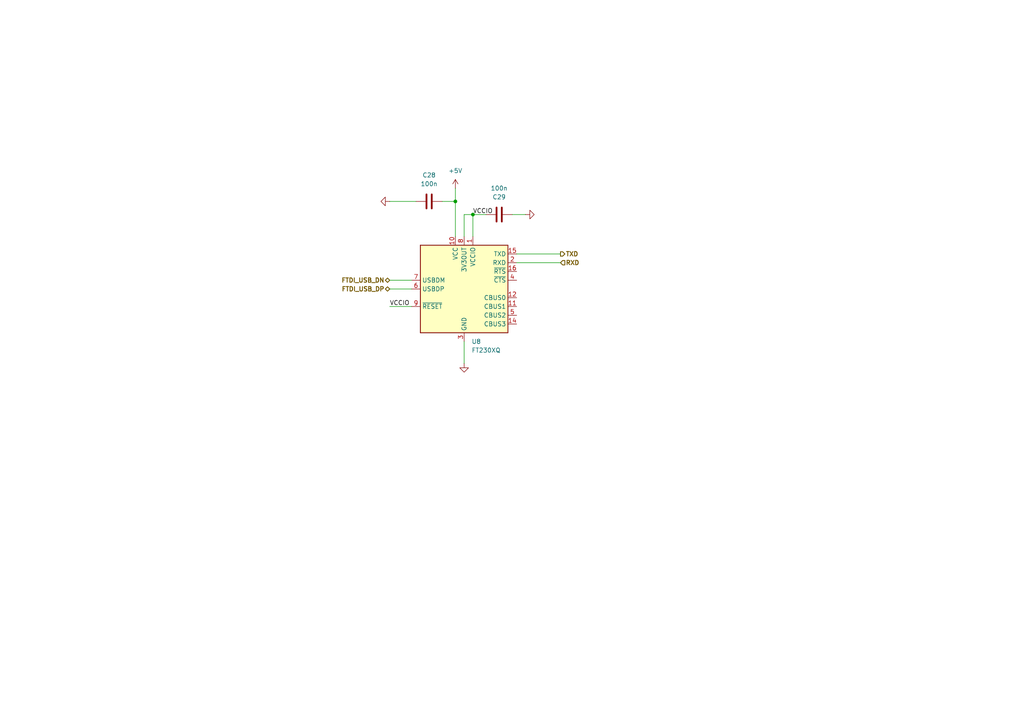
<source format=kicad_sch>
(kicad_sch (version 20250114) (generator "eeschema") (generator_version "9.0")
  (paper "A4")
  (lib_symbols
    (symbol "Device:C" (pin_numbers (hide yes)) (pin_names (offset 0.254))
      (property "Reference" "C" (at 0.635 2.54 0))
      (property "Value" "C" (at 0.635 -2.54 0))
      (symbol "C_0_1"
        (polyline (pts (xy -2.032 0.762) (xy 2.032 0.762)) (stroke (width 0.508)))
        (polyline (pts (xy -2.032 -0.762) (xy 2.032 -0.762)) (stroke (width 0.508)))
      )
      (symbol "C_1_1"
        (pin passive line (at 0 3.81 270) (length 2.794) (name "~") (number "1"))
        (pin passive line (at 0 -3.81 90) (length 2.794) (name "~") (number "2"))
      )
    )
    (symbol "Interface_USB:FT230XQ"
      (property "Reference" "U" (at -12.7 13.97 0))
      (property "Value" "FT230XQ" (at 5.08 13.97 0))
      (symbol "FT230XQ_0_1"
        (rectangle (start -12.7 12.7) (end 12.7 -12.7) (stroke (width 0.254)) (fill (type background)))
      )
      (symbol "FT230XQ_1_1"
        (pin bidirectional line (at -15.24 2.54 0) (length 2.54) (name "USBDM") (number "7"))
        (pin bidirectional line (at -15.24 0 0) (length 2.54) (name "USBDP") (number "6"))
        (pin input line (at -15.24 -5.08 0) (length 2.54) (name "~{RESET}") (number "9"))
        (pin power_in line (at -2.54 15.24 270) (length 2.54) (name "VCC") (number "10"))
        (pin power_out line (at 0 15.24 270) (length 2.54) (name "3V3OUT") (number "8"))
        (pin passive line (at 0 -15.24 90) (length 2.54) (hide yes) (name "GND") (number "13"))
        (pin passive line (at 0 -15.24 90) (length 2.54) (hide yes) (name "GND") (number "17"))
        (pin power_in line (at 0 -15.24 90) (length 2.54) (name "GND") (number "3"))
        (pin power_in line (at 2.54 15.24 270) (length 2.54) (name "VCCIO") (number "1"))
        (pin output line (at 15.24 10.16 180) (length 2.54) (name "TXD") (number "15"))
        (pin input line (at 15.24 7.62 180) (length 2.54) (name "RXD") (number "2"))
        (pin output line (at 15.24 5.08 180) (length 2.54) (name "~{RTS}") (number "16"))
        (pin input line (at 15.24 2.54 180) (length 2.54) (name "~{CTS}") (number "4"))
        (pin bidirectional line (at 15.24 -2.54 180) (length 2.54) (name "CBUS0") (number "12"))
        (pin bidirectional line (at 15.24 -5.08 180) (length 2.54) (name "CBUS1") (number "11"))
        (pin bidirectional line (at 15.24 -7.62 180) (length 2.54) (name "CBUS2") (number "5"))
        (pin bidirectional line (at 15.24 -10.16 180) (length 2.54) (name "CBUS3") (number "14"))
      )
    )
    (symbol "power:+5V" (power) (pin_numbers (hide yes)) (pin_names (offset 0) (hide yes))
      (property "Value" "+5V" (at 0 3.556 0))
      (symbol "+5V_0_1"
        (polyline (pts (xy -0.762 1.27) (xy 0 2.54)))
        (polyline (pts (xy 0 2.54) (xy 0.762 1.27)))
        (polyline (pts (xy 0 0) (xy 0 2.54)))
      )
      (symbol "+5V_1_1"
        (pin power_in line (at 0 0 90) (length 0) (name "~") (number "1"))
      )
    )
    (symbol "power:GND" (power) (pin_numbers (hide yes)) (pin_names (offset 0) (hide yes))
      (property "Value" "GND" (at 0 -3.81 0))
      (symbol "GND_0_1"
        (polyline (pts (xy 0 0) (xy 0 -1.27) (xy 1.27 -1.27) (xy 0 -2.54) (xy -1.27 -1.27) (xy 0 -1.27)))
      )
      (symbol "GND_1_1"
        (pin power_in line (at 0 0 270) (length 0) (name "~") (number "1"))
      )
    )
  )
  (junction (at 137.16 62.23))
  (junction (at 132.08 58.42))
  (wire (pts (xy 128.27 58.42) (xy 132.08 58.42)))
  (wire (pts (xy 137.16 62.23) (xy 137.16 68.58)))
  (wire (pts (xy 113.03 81.28) (xy 119.38 81.28)))
  (wire (pts (xy 134.62 99.06) (xy 134.62 105.41)))
  (wire (pts (xy 113.03 58.42) (xy 120.65 58.42)))
  (wire (pts (xy 140.97 62.23) (xy 137.16 62.23)))
  (wire (pts (xy 113.03 88.9) (xy 119.38 88.9)))
  (wire (pts (xy 132.08 54.61) (xy 132.08 58.42)))
  (wire (pts (xy 132.08 58.42) (xy 132.08 68.58)))
  (wire (pts (xy 149.86 73.66) (xy 162.56 73.66)))
  (wire (pts (xy 134.62 62.23) (xy 137.16 62.23)))
  (wire (pts (xy 134.62 62.23) (xy 134.62 68.58)))
  (wire (pts (xy 152.4 62.23) (xy 148.59 62.23)))
  (wire (pts (xy 113.03 83.82) (xy 119.38 83.82)))
  (wire (pts (xy 149.86 76.2) (xy 162.56 76.2)))
  (label "VCCIO" (at 113.03 88.9 0))
  (label "VCCIO" (at 137.16 62.23 0))
  (hierarchical_label "FTDI_USB_DP" (shape bidirectional) (at 113.03 83.82 180) (effects (font (thickness 0.254) (bold yes))))
  (hierarchical_label "FTDI_USB_DN" (shape bidirectional) (at 113.03 81.28 180) (effects (font (thickness 0.254) (bold yes))))
  (hierarchical_label "TXD" (shape output) (at 162.56 73.66 0) (effects (font (thickness 0.254) (bold yes))))
  (hierarchical_label "RXD" (shape input) (at 162.56 76.2 0) (effects (font (thickness 0.254) (bold yes))))
  (symbol (lib_id "power:GND") (at 134.62 105.41 0) (unit 1)
    (property "Reference" "#PWR021" (effects (hide yes)))
    (property "Value" "GND" (effects (hide yes)))
    (property "Description" "Power symbol creates a global label with name \"GND\" , ground" (effects (hide yes)))
  )
  (symbol (lib_id "Device:C") (at 124.46 58.42 90) (unit 1)
    (property "Reference" "C28" (at 124.46 50.8 90))
    (property "Value" "100n" (at 124.46 53.34 90))
    (property "Description" "Unpolarized capacitor" (effects (hide yes)))
  )
  (symbol (lib_id "power:GND") (at 152.4 62.23 90) (unit 1)
    (property "Reference" "#PWR034" (effects (hide yes)))
    (property "Value" "GND" (effects (hide yes)))
    (property "Description" "Power symbol creates a global label with name \"GND\" , ground" (effects (hide yes)))
  )
  (symbol (lib_id "power:GND") (at 113.03 58.42 270) (unit 1)
    (property "Reference" "#PWR031" (effects (hide yes)))
    (property "Value" "GND" (effects (hide yes)))
    (property "Description" "Power symbol creates a global label with name \"GND\" , ground" (effects (hide yes)))
  )
  (symbol (lib_id "power:+5V") (at 132.08 54.61 0) (unit 1)
    (property "Reference" "#PWR032" (effects (hide yes)))
    (property "Value" "+5V" (at 132.08 49.53 0))
    (property "Description" "Power symbol creates a global label with name \"+5V\"" (effects (hide yes)))
  )
  (symbol (lib_id "Device:C") (at 144.78 62.23 270) (unit 1)
    (property "Reference" "C29" (at 144.78 57.15 90))
    (property "Value" "100n" (at 144.78 54.61 90))
    (property "Description" "Unpolarized capacitor" (effects (hide yes)))
  )
  (symbol (lib_id "Interface_USB:FT230XQ") (at 134.62 83.82 0) (unit 1)
    (property "Reference" "U8" (at 136.7633 99.06 0) (effects (justify left)))
    (property "Value" "FT230XQ" (at 136.7633 101.6 0) (effects (justify left)))
    (property "Footprint" "Package_DFN_QFN:QFN-16-1EP_4x4mm_P0.65mm_EP2.1x2.1mm" (effects (hide yes)))
    (property "Datasheet" "https://ftdichip.com/wp-content/uploads/2025/06/DS_FT230X.pdf" (effects (hide yes)))
    (property "Description" "Full-Speed USB to Basic UART, WQFN-16" (effects (hide yes)))
    (property private "KLC_S4.2_VCC" "This is not a power converter chip" (effects (hide yes)))
    (property private "KLC_S4.2_3V3OUT" "This is not a power converter chip" (effects (hide yes)))
  )
)
</source>
